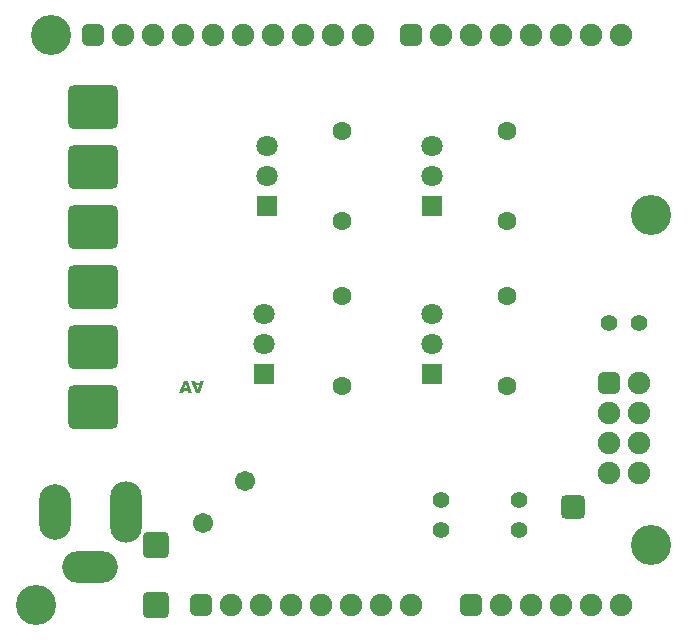
<source format=gts>
G04 Layer_Color=8388736*
%FSAX43Y43*%
%MOMM*%
G71*
G01*
G75*
G04:AMPARAMS|DCode=32|XSize=2.203mm|YSize=2.203mm|CornerRadius=0.402mm|HoleSize=0mm|Usage=FLASHONLY|Rotation=180.000|XOffset=0mm|YOffset=0mm|HoleType=Round|Shape=RoundedRectangle|*
%AMROUNDEDRECTD32*
21,1,2.203,1.400,0,0,180.0*
21,1,1.400,2.203,0,0,180.0*
1,1,0.803,-0.700,0.700*
1,1,0.803,0.700,0.700*
1,1,0.803,0.700,-0.700*
1,1,0.803,-0.700,-0.700*
%
%ADD32ROUNDEDRECTD32*%
%ADD33C,1.403*%
G04:AMPARAMS|DCode=34|XSize=2.003mm|YSize=2.003mm|CornerRadius=0.372mm|HoleSize=0mm|Usage=FLASHONLY|Rotation=180.000|XOffset=0mm|YOffset=0mm|HoleType=Round|Shape=RoundedRectangle|*
%AMROUNDEDRECTD34*
21,1,2.003,1.260,0,0,180.0*
21,1,1.260,2.003,0,0,180.0*
1,1,0.743,-0.630,0.630*
1,1,0.743,0.630,0.630*
1,1,0.743,0.630,-0.630*
1,1,0.743,-0.630,-0.630*
%
%ADD34ROUNDEDRECTD34*%
G04:AMPARAMS|DCode=35|XSize=1.903mm|YSize=1.903mm|CornerRadius=0.527mm|HoleSize=0mm|Usage=FLASHONLY|Rotation=0.000|XOffset=0mm|YOffset=0mm|HoleType=Round|Shape=RoundedRectangle|*
%AMROUNDEDRECTD35*
21,1,1.903,0.850,0,0,0.0*
21,1,0.850,1.903,0,0,0.0*
1,1,1.053,0.425,-0.425*
1,1,1.053,-0.425,-0.425*
1,1,1.053,-0.425,0.425*
1,1,1.053,0.425,0.425*
%
%ADD35ROUNDEDRECTD35*%
%ADD36C,1.903*%
G04:AMPARAMS|DCode=37|XSize=3.703mm|YSize=4.203mm|CornerRadius=0.452mm|HoleSize=0mm|Usage=FLASHONLY|Rotation=90.000|XOffset=0mm|YOffset=0mm|HoleType=Round|Shape=RoundedRectangle|*
%AMROUNDEDRECTD37*
21,1,3.703,3.300,0,0,90.0*
21,1,2.800,4.203,0,0,90.0*
1,1,0.903,1.650,1.400*
1,1,0.903,1.650,-1.400*
1,1,0.903,-1.650,-1.400*
1,1,0.903,-1.650,1.400*
%
%ADD37ROUNDEDRECTD37*%
%ADD38O,2.703X4.703*%
%ADD39O,2.703X5.203*%
%ADD40O,4.703X2.703*%
G04:AMPARAMS|DCode=41|XSize=1.903mm|YSize=1.903mm|CornerRadius=0.527mm|HoleSize=0mm|Usage=FLASHONLY|Rotation=270.000|XOffset=0mm|YOffset=0mm|HoleType=Round|Shape=RoundedRectangle|*
%AMROUNDEDRECTD41*
21,1,1.903,0.850,0,0,270.0*
21,1,0.850,1.903,0,0,270.0*
1,1,1.053,-0.425,-0.425*
1,1,1.053,-0.425,0.425*
1,1,1.053,0.425,0.425*
1,1,1.053,0.425,-0.425*
%
%ADD41ROUNDEDRECTD41*%
%ADD42C,1.703*%
%ADD43R,1.803X1.803*%
%ADD44C,1.803*%
%ADD45C,1.603*%
%ADD46C,3.400*%
G36*
X0018274Y0020480D02*
X0017944D01*
X0017894Y0020648D01*
X0017541D01*
X0017488Y0020480D01*
X0017170D01*
X0017550Y0021494D01*
X0017894D01*
X0018274Y0020480D01*
D02*
G37*
G36*
X0018890Y0020486D02*
X0018546D01*
X0018166Y0021500D01*
X0018496D01*
X0018546Y0021332D01*
X0018899D01*
X0018952Y0021500D01*
X0019270D01*
X0018890Y0020486D01*
D02*
G37*
%LPC*%
G36*
X0017718Y0021231D02*
X0017607Y0020866D01*
X0017829D01*
X0017718Y0021231D01*
D02*
G37*
G36*
X0018833Y0021114D02*
X0018611D01*
X0018722Y0020749D01*
X0018833Y0021114D01*
D02*
G37*
%LPD*%
D32*
X0015240Y0002540D02*
D03*
Y0007620D02*
D03*
D33*
X0039370Y0011430D02*
D03*
Y0008890D02*
D03*
X0045950Y0011430D02*
D03*
Y0008890D02*
D03*
X0053594Y0026416D02*
D03*
X0056134D02*
D03*
D34*
X0050490Y0010780D02*
D03*
D35*
X0009906Y0050800D02*
D03*
X0036830D02*
D03*
X0019050Y0002540D02*
D03*
X0041910D02*
D03*
D36*
X0012446Y0050800D02*
D03*
X0014986D02*
D03*
X0017526D02*
D03*
X0020066D02*
D03*
X0022606D02*
D03*
X0025146D02*
D03*
X0027686D02*
D03*
X0030226D02*
D03*
X0032766D02*
D03*
X0056134Y0013716D02*
D03*
Y0016256D02*
D03*
Y0018796D02*
D03*
Y0021336D02*
D03*
X0053594Y0018796D02*
D03*
Y0016256D02*
D03*
Y0013716D02*
D03*
X0054610Y0050800D02*
D03*
X0052070D02*
D03*
X0049530D02*
D03*
X0046990D02*
D03*
X0044450D02*
D03*
X0041910D02*
D03*
X0039370D02*
D03*
X0036830Y0002540D02*
D03*
X0034290D02*
D03*
X0031750D02*
D03*
X0029210D02*
D03*
X0026670D02*
D03*
X0024130D02*
D03*
X0021590D02*
D03*
X0044450D02*
D03*
X0046990D02*
D03*
X0049530D02*
D03*
X0052070D02*
D03*
X0054610D02*
D03*
D37*
X0009906Y0019304D02*
D03*
Y0024384D02*
D03*
X0009906Y0029464D02*
D03*
X0009906Y0034544D02*
D03*
X0009906Y0039624D02*
D03*
X0009906Y0044704D02*
D03*
D38*
X0006652Y0010414D02*
D03*
D39*
X0012652D02*
D03*
D40*
X0009652Y0005714D02*
D03*
D41*
X0053594Y0021336D02*
D03*
D42*
X0019192Y0009482D02*
D03*
X0022728Y0013018D02*
D03*
D43*
X0038608Y0022098D02*
D03*
X0024384D02*
D03*
X0038608Y0036322D02*
D03*
X0024638D02*
D03*
D44*
X0038608Y0024638D02*
D03*
Y0027178D02*
D03*
X0024384Y0024638D02*
D03*
Y0027178D02*
D03*
X0038608Y0038862D02*
D03*
Y0041402D02*
D03*
X0024638Y0038862D02*
D03*
Y0041402D02*
D03*
D45*
X0044958Y0021082D02*
D03*
Y0028702D02*
D03*
X0030988Y0021082D02*
D03*
Y0028702D02*
D03*
X0044958Y0035052D02*
D03*
Y0042672D02*
D03*
X0030988Y0035052D02*
D03*
Y0042672D02*
D03*
D46*
X0006350Y0050800D02*
D03*
X0057150Y0035560D02*
D03*
Y0007620D02*
D03*
X0005080Y0002540D02*
D03*
M02*

</source>
